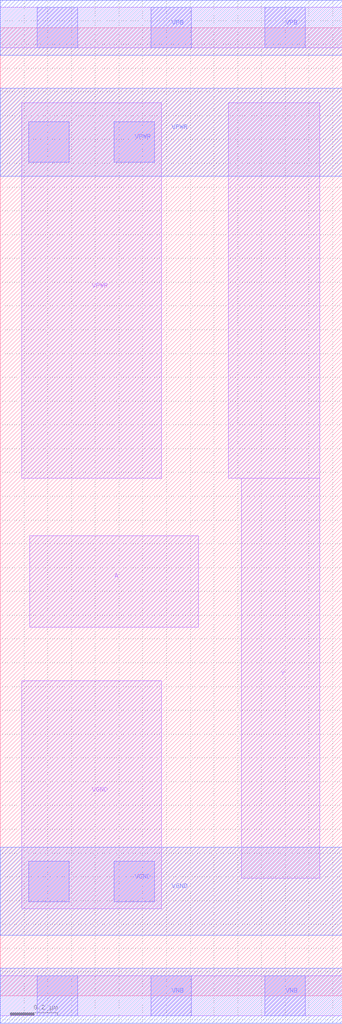
<source format=lef>
# Copyright 2020 The SkyWater PDK Authors
#
# Licensed under the Apache License, Version 2.0 (the "License");
# you may not use this file except in compliance with the License.
# You may obtain a copy of the License at
#
#     https://www.apache.org/licenses/LICENSE-2.0
#
# Unless required by applicable law or agreed to in writing, software
# distributed under the License is distributed on an "AS IS" BASIS,
# WITHOUT WARRANTIES OR CONDITIONS OF ANY KIND, either express or implied.
# See the License for the specific language governing permissions and
# limitations under the License.
#
# SPDX-License-Identifier: Apache-2.0

VERSION 5.7 ;
  NAMESCASESENSITIVE ON ;
  NOWIREEXTENSIONATPIN ON ;
  DIVIDERCHAR "/" ;
  BUSBITCHARS "[]" ;
UNITS
  DATABASE MICRONS 200 ;
END UNITS
MACRO sky130_fd_sc_hvl__inv_1
  CLASS CORE ;
  SOURCE USER ;
  FOREIGN sky130_fd_sc_hvl__inv_1 ;
  ORIGIN  0.000000  0.000000 ;
  SIZE  1.440000 BY  4.070000 ;
  SYMMETRY X Y ;
  SITE unithv ;
  PIN A
    ANTENNAGATEAREA  1.125000 ;
    DIRECTION INPUT ;
    USE SIGNAL ;
    PORT
      LAYER li1 ;
        RECT 0.125000 1.550000 0.835000 1.935000 ;
    END
  END A
  PIN Y
    ANTENNADIFFAREA  0.641250 ;
    DIRECTION OUTPUT ;
    USE SIGNAL ;
    PORT
      LAYER li1 ;
        RECT 0.960000 2.175000 1.345000 3.755000 ;
        RECT 1.015000 0.495000 1.345000 2.175000 ;
    END
  END Y
  PIN VGND
    DIRECTION INOUT ;
    USE GROUND ;
    PORT
      LAYER li1 ;
        RECT 0.090000 0.365000 0.680000 1.325000 ;
      LAYER mcon ;
        RECT 0.120000 0.395000 0.290000 0.565000 ;
        RECT 0.480000 0.395000 0.650000 0.565000 ;
      LAYER met1 ;
        RECT 0.000000 0.255000 1.440000 0.625000 ;
    END
  END VGND
  PIN VNB
    DIRECTION INOUT ;
    USE GROUND ;
    PORT
      LAYER li1 ;
        RECT 0.000000 -0.085000 1.440000 0.085000 ;
      LAYER mcon ;
        RECT 0.155000 -0.085000 0.325000 0.085000 ;
        RECT 0.635000 -0.085000 0.805000 0.085000 ;
        RECT 1.115000 -0.085000 1.285000 0.085000 ;
      LAYER met1 ;
        RECT 0.000000 -0.115000 1.440000 0.115000 ;
    END
  END VNB
  PIN VPB
    DIRECTION INOUT ;
    USE POWER ;
    PORT
      LAYER li1 ;
        RECT 0.000000 3.985000 1.440000 4.155000 ;
      LAYER mcon ;
        RECT 0.155000 3.985000 0.325000 4.155000 ;
        RECT 0.635000 3.985000 0.805000 4.155000 ;
        RECT 1.115000 3.985000 1.285000 4.155000 ;
      LAYER met1 ;
        RECT 0.000000 3.955000 1.440000 4.185000 ;
    END
  END VPB
  PIN VPWR
    DIRECTION INOUT ;
    USE POWER ;
    PORT
      LAYER li1 ;
        RECT 0.090000 2.175000 0.680000 3.755000 ;
      LAYER mcon ;
        RECT 0.120000 3.505000 0.290000 3.675000 ;
        RECT 0.480000 3.505000 0.650000 3.675000 ;
      LAYER met1 ;
        RECT 0.000000 3.445000 1.440000 3.815000 ;
    END
  END VPWR
END sky130_fd_sc_hvl__inv_1

</source>
